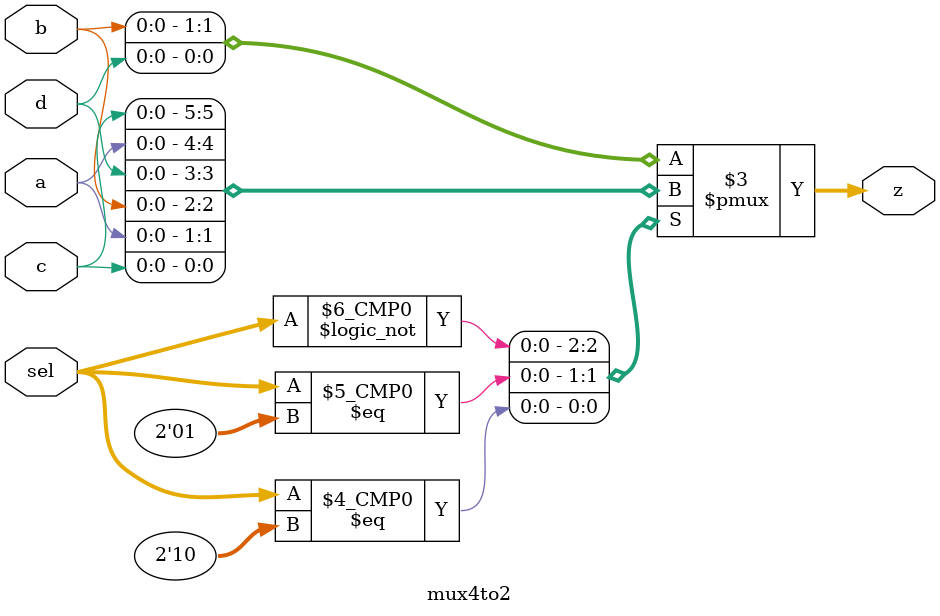
<source format=v>
module mux4to2(
	input a, b, c, d,
	input [1:0] sel,
	output reg [1:0] z
);

always @(*) case(sel)
	2'h 0 : z = {c,a};
	2'h 1 : z = {d,b};
	2'h 2 : z = {a,c};
	default : z = {b,d};
endcase

endmodule

</source>
